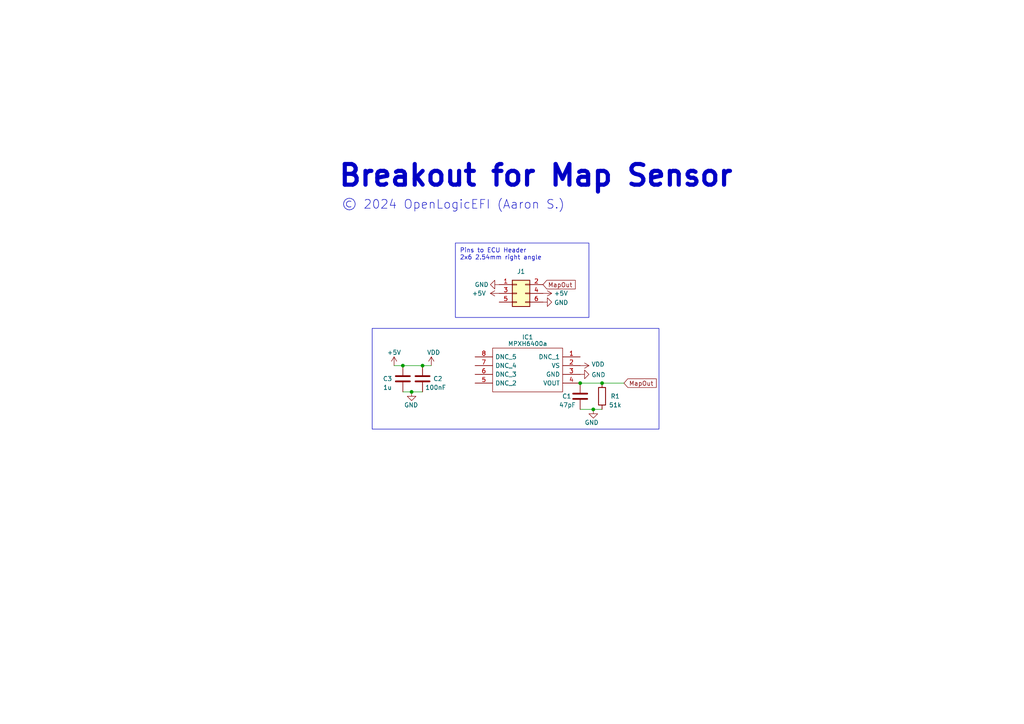
<source format=kicad_sch>
(kicad_sch (version 20230121) (generator eeschema)
  (paper "A4")
  (title_block (title "PMAP-M") (date "2024-01-14") (rev "M (Map Only)") (company "OpenLogicEFI"))
  (lib_symbols
    (symbol "Connector_Generic:Conn_02x03_Odd_Even" (pin_names (offset 1.016) hide)
      (property "Reference" "J" (at 1.27 5.08 0))
      (property "Value" "Conn_02x03_Odd_Even" (at 1.27 -5.08 0))
      (symbol "Conn_02x03_Odd_Even_1_1"
        (rectangle (start -1.27 -2.413) (end 0 -2.667) (stroke (width 0.1524)))
        (rectangle (start -1.27 0.127) (end 0 -0.127) (stroke (width 0.1524)))
        (rectangle (start -1.27 2.667) (end 0 2.413) (stroke (width 0.1524)))
        (rectangle (start -1.27 3.81) (end 3.81 -3.81) (stroke (width 0.254)) (fill (type background)))
        (rectangle (start 3.81 -2.413) (end 2.54 -2.667) (stroke (width 0.1524)))
        (rectangle (start 3.81 0.127) (end 2.54 -0.127) (stroke (width 0.1524)))
        (rectangle (start 3.81 2.667) (end 2.54 2.413) (stroke (width 0.1524)))
        (pin passive line (at -5.08 2.54 0) (length 3.81) (name "Pin_1") (number "1"))
        (pin passive line (at 7.62 2.54 180) (length 3.81) (name "Pin_2") (number "2"))
        (pin passive line (at -5.08 0 0) (length 3.81) (name "Pin_3") (number "3"))
        (pin passive line (at 7.62 0 180) (length 3.81) (name "Pin_4") (number "4"))
        (pin passive line (at -5.08 -2.54 0) (length 3.81) (name "Pin_5") (number "5"))
        (pin passive line (at 7.62 -2.54 180) (length 3.81) (name "Pin_6") (number "6"))
      )
    )
    (symbol "Device:C" (pin_numbers hide) (pin_names (offset 0.254))
      (property "Reference" "C" (at 0.635 2.54 0))
      (property "Value" "C" (at 0.635 -2.54 0))
      (symbol "C_0_1"
        (polyline (pts (xy -2.032 -0.762) (xy 2.032 -0.762)) (stroke (width 0.508)))
        (polyline (pts (xy -2.032 0.762) (xy 2.032 0.762)) (stroke (width 0.508)))
      )
      (symbol "C_1_1"
        (pin passive line (at 0 3.81 270) (length 2.794) (name "~") (number "1"))
        (pin passive line (at 0 -3.81 90) (length 2.794) (name "~") (number "2"))
      )
    )
    (symbol "Device:R" (pin_numbers hide) (pin_names (offset 0))
      (property "Reference" "R" (at 2.032 0 90))
      (property "Value" "R" (at 0 0 90))
      (symbol "R_0_1"
        (rectangle (start -1.016 -2.54) (end 1.016 2.54) (stroke (width 0.254)))
      )
      (symbol "R_1_1"
        (pin passive line (at 0 3.81 270) (length 1.27) (name "~") (number "1"))
        (pin passive line (at 0 -3.81 90) (length 1.27) (name "~") (number "2"))
      )
    )
    (symbol "MPXH6250AC6U:MPXH6250AC6U" (pin_names (offset 0.762))
      (property "Reference" "IC" (at 26.67 7.62 0))
      (property "Value" "MPXH6250AC6U" (at 26.67 5.08 0))
      (symbol "MPXH6250AC6U_0_0"
        (pin passive line (at 0 0 0) (length 5.08) (name "DNC_1") (number "1"))
        (pin passive line (at 0 -2.54 0) (length 5.08) (name "VS") (number "2"))
        (pin passive line (at 0 -5.08 0) (length 5.08) (name "GND") (number "3"))
        (pin passive line (at 0 -7.62 0) (length 5.08) (name "VOUT") (number "4"))
        (pin passive line (at 30.48 -7.62 180) (length 5.08) (name "DNC_2") (number "5"))
        (pin passive line (at 30.48 -5.08 180) (length 5.08) (name "DNC_3") (number "6"))
        (pin passive line (at 30.48 -2.54 180) (length 5.08) (name "DNC_4") (number "7"))
        (pin passive line (at 30.48 0 180) (length 5.08) (name "DNC_5") (number "8"))
      )
      (symbol "MPXH6250AC6U_0_1"
        (polyline (pts (xy 5.08 2.54) (xy 25.4 2.54) (xy 25.4 -10.16) (xy 5.08 -10.16) (xy 5.08 2.54)) (stroke (width 0.1524)))
      )
    )
    (symbol "power:+5V" (power) (pin_names (offset 0))
      (property "Value" "+5V" (at 0 3.556 0))
      (symbol "+5V_0_1"
        (polyline (pts (xy -0.762 1.27) (xy 0 2.54)))
        (polyline (pts (xy 0 0) (xy 0 2.54)))
        (polyline (pts (xy 0 2.54) (xy 0.762 1.27)))
      )
      (symbol "+5V_1_1"
        (pin power_in line (at 0 0 90) (length 0) hide (name "+5V") (number "1"))
      )
    )
    (symbol "power:GND" (power) (pin_names (offset 0))
      (property "Value" "GND" (at 0 -3.81 0))
      (symbol "GND_0_1"
        (polyline (pts (xy 0 0) (xy 0 -1.27) (xy 1.27 -1.27) (xy 0 -2.54) (xy -1.27 -1.27) (xy 0 -1.27)))
      )
      (symbol "GND_1_1"
        (pin power_in line (at 0 0 270) (length 0) hide (name "GND") (number "1"))
      )
    )
    (symbol "power:VDD" (power) (pin_names (offset 0))
      (property "Value" "VDD" (at 0 3.81 0))
      (symbol "VDD_0_1"
        (polyline (pts (xy -0.762 1.27) (xy 0 2.54)))
        (polyline (pts (xy 0 0) (xy 0 2.54)))
        (polyline (pts (xy 0 2.54) (xy 0.762 1.27)))
      )
      (symbol "VDD_1_1"
        (pin power_in line (at 0 0 90) (length 0) hide (name "VDD") (number "1"))
      )
    )
  )
  (junction (at 168.275 111.125))
  (junction (at 172.085 118.745))
  (junction (at 174.625 111.125))
  (junction (at 119.38 113.665))
  (junction (at 116.84 106.045))
  (junction (at 122.555 106.045))
  (wire (pts (xy 174.625 118.745) (xy 172.085 118.745)))
  (wire (pts (xy 119.38 113.665) (xy 116.84 113.665)))
  (wire (pts (xy 114.3 106.045) (xy 116.84 106.045)))
  (wire (pts (xy 168.275 111.125) (xy 174.625 111.125)))
  (wire (pts (xy 125.095 106.045) (xy 122.555 106.045)))
  (wire (pts (xy 174.625 111.125) (xy 180.975 111.125)))
  (wire (pts (xy 168.275 118.745) (xy 172.085 118.745)))
  (wire (pts (xy 122.555 106.045) (xy 116.84 106.045)))
  (wire (pts (xy 119.38 113.665) (xy 122.555 113.665)))
  (rectangle (start 107.95 95.25) (end 191.135 124.46))
  (rectangle (start 132.08 70.485) (end 170.815 92.075))
  (text "Pins to ECU Header\n2x6 2.54mm right angle" (at 133.35 75.565 0) (effects (font (size 1.27 1.27)) (justify left bottom)))
  (text "© 2024 OpenLogicEFI (Aaron S.)" (at 99.06 60.96 0) (effects (font (size 2.54 2.54)) (justify left bottom)))
  (text "Breakout for Map Sensor" (at 97.79 54.61 0) (effects (font (size 6 6) (thickness 1.2) bold) (justify left bottom)))
  (global_label "MapOut" (shape input) (at 157.48 82.55 0) (property "Intersheetrefs" "${INTERSHEET_REFS}" (effects hide)))
  (global_label "MapOut" (shape input) (at 180.975 111.125 0) (property "Intersheetrefs" "${INTERSHEET_REFS}" (effects hide)))
  (symbol (lib_id "Connector_Generic:Conn_02x03_Odd_Even") (at 149.86 85.09 0) (unit 1) (in_bom no)
    (property "Reference" "J1" (at 151.13 78.74 0))
    (property "Value" "Conn_02x03_Odd_Even" (effects hide))
    (property "Footprint" "Connector_PinHeader_2.54mm:PinHeader_2x03_P2.54mm_Horizontal" (effects hide))
  )
  (symbol (lib_id "power:GND") (at 172.085 118.745 0) (mirror y) (unit 1)
    (property "Reference" "#PWR01" (effects hide))
    (property "Value" "GND" (at 169.545 122.555 0) (effects (justify right)))
  )
  (symbol (lib_id "Device:R") (at 174.625 114.935 0) (mirror x) (unit 1)
    (property "Reference" "R1" (at 178.435 114.935 0))
    (property "Value" "51k" (at 178.435 117.475 0))
    (property "Footprint" "Resistor_SMD:R_0402_1005Metric" (effects hide))
    (property "LCSC" "C25794" (effects hide))
    (property "Manufacture Part Number" "0402WGF5102TCE" (effects hide))
  )
  (symbol (lib_id "power:GND") (at 144.78 82.55 270) (mirror x) (unit 1)
    (property "Reference" "#PWR0101" (effects hide))
    (property "Value" "GND" (at 141.732 82.55 90) (effects (justify right)))
  )
  (symbol (lib_id "power:VDD") (at 168.275 106.045 270) (mirror x) (unit 1)
    (property "Reference" "#PWR0108" (effects hide))
    (property "Value" "VDD" (at 171.5262 105.664 90) (effects (justify left)))
  )
  (symbol (lib_id "power:GND") (at 157.48 87.63 90) (mirror x) (unit 1)
    (property "Reference" "#PWR0102" (effects hide))
    (property "Value" "GND" (at 160.7312 87.757 90) (effects (justify right)))
  )
  (symbol (lib_id "Device:C") (at 122.555 109.855 0) (mirror y) (unit 1)
    (property "Reference" "C2" (at 127 109.855 0))
    (property "Value" "100nF" (at 126.365 112.395 0))
    (property "Footprint" "Capacitor_SMD:C_0402_1005Metric" (effects hide))
    (property "LCSC" "C307331" (effects hide))
  )
  (symbol (lib_id "power:+5V") (at 114.3 106.045 0) (mirror y) (unit 1)
    (property "Reference" "#PWR02" (effects hide))
    (property "Value" "+5V" (at 114.3 102.235 0))
  )
  (symbol (lib_id "power:VDD") (at 125.095 106.045 0) (unit 1)
    (property "Reference" "#PWR04" (effects hide))
    (property "Value" "VDD" (at 123.825 102.235 0) (effects (justify left)))
  )
  (symbol (lib_id "Device:C") (at 168.275 114.935 0) (mirror y) (unit 1)
    (property "Reference" "C1" (at 165.735 114.935 0) (effects (justify left)))
    (property "Value" "47pF" (at 167.005 117.475 0) (effects (justify left)))
    (property "Footprint" "Capacitor_SMD:C_0402_1005Metric" (effects hide))
    (property "LCSC" "C1567" (effects hide))
    (property "Manufacture Part Number" "0402CG470J500NT" (effects hide))
  )
  (symbol (lib_id "power:GND") (at 168.275 108.585 90) (mirror x) (unit 1)
    (property "Reference" "#PWR0109" (effects hide))
    (property "Value" "GND" (at 171.5262 108.712 90) (effects (justify right)))
  )
  (symbol (lib_id "power:GND") (at 119.38 113.665 0) (unit 1)
    (property "Reference" "#PWR03" (effects hide))
    (property "Value" "GND" (at 121.285 117.475 0) (effects (justify right)))
  )
  (symbol (lib_id "power:+5V") (at 157.48 85.09 270) (mirror x) (unit 1)
    (property "Reference" "#PWR06" (effects hide))
    (property "Value" "+5V" (at 160.655 85.09 90) (effects (justify left)))
  )
  (symbol (lib_id "power:+5V") (at 144.78 85.09 90) (mirror x) (unit 1)
    (property "Reference" "#PWR05" (effects hide))
    (property "Value" "+5V" (at 140.97 85.09 90) (effects (justify left)))
  )
  (symbol (lib_id "MPXH6250AC6U:MPXH6250AC6U") (at 168.275 103.505 0) (mirror y) (unit 1) (in_bom no)
    (property "Reference" "IC1" (at 153.035 97.79 0))
    (property "Value" "MPXH6400a" (at 153.035 99.695 0))
    (property "Footprint" "Detonation:MPXHxxx_Handsoldering" (effects hide))
    (property "Datasheet" "https://www.nxp.com/docs/en/data-sheet/MPXH6250A.pdf" (effects hide))
  )
  (symbol (lib_id "Device:C") (at 116.84 109.855 0) (mirror y) (unit 1)
    (property "Reference" "C3" (at 112.395 109.855 0))
    (property "Value" "1u" (at 112.395 112.395 0))
    (property "Footprint" "Capacitor_SMD:C_0402_1005Metric" (effects hide))
    (property "LCSC" "C52923" (effects hide))
  )
)
</source>
